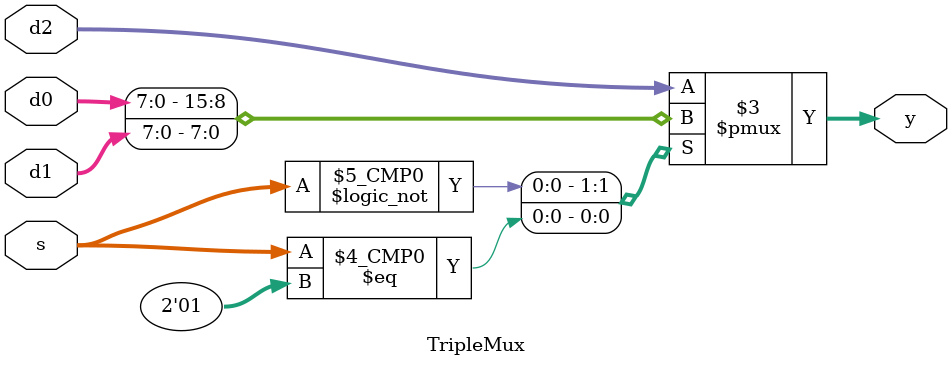
<source format=sv>
`timescale 1ns / 1ps


module TripleMux #(parameter WIDTH=8)
    (
        input logic [WIDTH-1:0] d0,d1,d2,
        input logic [1:0]s,
        output logic [WIDTH-1:0] y
    );
    always @(*)
        case (s)
            2'b00: y<=d0;
            2'b01: y<=d1;
            default: y<=d2;
        endcase
endmodule

</source>
